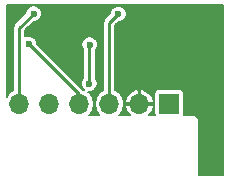
<source format=gbl>
%TF.GenerationSoftware,KiCad,Pcbnew,4.0.4-stable*%
%TF.CreationDate,2017-05-07T05:40:39+03:00*%
%TF.ProjectId,spi_soicw8_programming,7370695F736F696377385F70726F6772,rev?*%
%TF.FileFunction,Copper,L2,Bot,Signal*%
%FSLAX46Y46*%
G04 Gerber Fmt 4.6, Leading zero omitted, Abs format (unit mm)*
G04 Created by KiCad (PCBNEW 4.0.4-stable) date 05/07/17 05:40:39*
%MOMM*%
%LPD*%
G01*
G04 APERTURE LIST*
%ADD10C,0.200000*%
%ADD11R,1.700000X1.700000*%
%ADD12O,1.700000X1.700000*%
%ADD13C,0.600000*%
%ADD14C,0.250000*%
G04 APERTURE END LIST*
D10*
D11*
X154995000Y-110350000D03*
D12*
X152455000Y-110350000D03*
X149915000Y-110350000D03*
X147375000Y-110350000D03*
X144835000Y-110350000D03*
X142295000Y-110350000D03*
D13*
X141550000Y-107650000D03*
X151075000Y-104050000D03*
X148000000Y-104000000D03*
X143500000Y-102700000D03*
X143100000Y-105275000D03*
X148250000Y-105325000D03*
X148225000Y-108625000D03*
X150675000Y-102725000D03*
D14*
X143500000Y-102700000D02*
X142295000Y-103905000D01*
X142295000Y-103905000D02*
X142295000Y-110350000D01*
X143100000Y-105275000D02*
X147375000Y-109550000D01*
X147375000Y-109550000D02*
X147375000Y-110350000D01*
X148225000Y-108625000D02*
X148225000Y-105350000D01*
X148225000Y-105350000D02*
X148250000Y-105325000D01*
X150675000Y-102725000D02*
X149915000Y-103485000D01*
X149915000Y-103485000D02*
X149915000Y-110350000D01*
D10*
G36*
X159525000Y-116325000D02*
X157475000Y-116325000D01*
X157475000Y-111750000D01*
X157438843Y-111568225D01*
X157335876Y-111414124D01*
X157181775Y-111311157D01*
X157000000Y-111275000D01*
X156237648Y-111275000D01*
X156252836Y-111200000D01*
X156252836Y-109500000D01*
X156224944Y-109351769D01*
X156137340Y-109215628D01*
X156003671Y-109124296D01*
X155845000Y-109092164D01*
X154145000Y-109092164D01*
X153996769Y-109120056D01*
X153860628Y-109207660D01*
X153769296Y-109341329D01*
X153737164Y-109500000D01*
X153737164Y-111200000D01*
X153751276Y-111275000D01*
X153263720Y-111275000D01*
X153493826Y-111045235D01*
X153680805Y-110594772D01*
X153604004Y-110400000D01*
X152505000Y-110400000D01*
X152505000Y-110420000D01*
X152405000Y-110420000D01*
X152405000Y-110400000D01*
X151305996Y-110400000D01*
X151229195Y-110594772D01*
X151416174Y-111045235D01*
X151646280Y-111275000D01*
X150773997Y-111275000D01*
X150798883Y-111258372D01*
X151069849Y-110852843D01*
X151165000Y-110374489D01*
X151165000Y-110325511D01*
X151121183Y-110105228D01*
X151229195Y-110105228D01*
X151305996Y-110300000D01*
X152405000Y-110300000D01*
X152405000Y-109201087D01*
X152505000Y-109201087D01*
X152505000Y-110300000D01*
X153604004Y-110300000D01*
X153680805Y-110105228D01*
X153493826Y-109654765D01*
X153148695Y-109310145D01*
X152699771Y-109124199D01*
X152505000Y-109201087D01*
X152405000Y-109201087D01*
X152210229Y-109124199D01*
X151761305Y-109310145D01*
X151416174Y-109654765D01*
X151229195Y-110105228D01*
X151121183Y-110105228D01*
X151069849Y-109847157D01*
X150798883Y-109441628D01*
X150440000Y-109201830D01*
X150440000Y-103702462D01*
X150717425Y-103425037D01*
X150813628Y-103425121D01*
X151071000Y-103318777D01*
X151268085Y-103122036D01*
X151374878Y-102864850D01*
X151375121Y-102586372D01*
X151268777Y-102329000D01*
X151072036Y-102131915D01*
X150814850Y-102025122D01*
X150536372Y-102024879D01*
X150279000Y-102131223D01*
X150081915Y-102327964D01*
X149975122Y-102585150D01*
X149975037Y-102682501D01*
X149543769Y-103113769D01*
X149429963Y-103284091D01*
X149390000Y-103485000D01*
X149390000Y-109201830D01*
X149031117Y-109441628D01*
X148760151Y-109847157D01*
X148665000Y-110325511D01*
X148665000Y-110374489D01*
X148760151Y-110852843D01*
X149031117Y-111258372D01*
X149056003Y-111275000D01*
X148233997Y-111275000D01*
X148258883Y-111258372D01*
X148529849Y-110852843D01*
X148625000Y-110374489D01*
X148625000Y-110325511D01*
X148529849Y-109847157D01*
X148258883Y-109441628D01*
X148082520Y-109323786D01*
X148085150Y-109324878D01*
X148363628Y-109325121D01*
X148621000Y-109218777D01*
X148818085Y-109022036D01*
X148924878Y-108764850D01*
X148925121Y-108486372D01*
X148818777Y-108229000D01*
X148750000Y-108160103D01*
X148750000Y-105814959D01*
X148843085Y-105722036D01*
X148949878Y-105464850D01*
X148950121Y-105186372D01*
X148843777Y-104929000D01*
X148647036Y-104731915D01*
X148389850Y-104625122D01*
X148111372Y-104624879D01*
X147854000Y-104731223D01*
X147656915Y-104927964D01*
X147550122Y-105185150D01*
X147549879Y-105463628D01*
X147656223Y-105721000D01*
X147700000Y-105764854D01*
X147700000Y-108159998D01*
X147631915Y-108227964D01*
X147525122Y-108485150D01*
X147524879Y-108763628D01*
X147631223Y-109021000D01*
X147762604Y-109152611D01*
X147709512Y-109142050D01*
X143800037Y-105232575D01*
X143800121Y-105136372D01*
X143693777Y-104879000D01*
X143497036Y-104681915D01*
X143239850Y-104575122D01*
X142961372Y-104574879D01*
X142820000Y-104633293D01*
X142820000Y-104122462D01*
X143542425Y-103400037D01*
X143638628Y-103400121D01*
X143896000Y-103293777D01*
X144093085Y-103097036D01*
X144199878Y-102839850D01*
X144200121Y-102561372D01*
X144093777Y-102304000D01*
X143897036Y-102106915D01*
X143639850Y-102000122D01*
X143361372Y-101999879D01*
X143104000Y-102106223D01*
X142906915Y-102302964D01*
X142800122Y-102560150D01*
X142800037Y-102657501D01*
X141923769Y-103533769D01*
X141809963Y-103704091D01*
X141770000Y-103905000D01*
X141770000Y-109201830D01*
X141411117Y-109441628D01*
X141225000Y-109720172D01*
X141225000Y-101975000D01*
X159525000Y-101975000D01*
X159525000Y-116325000D01*
X159525000Y-116325000D01*
G37*
X159525000Y-116325000D02*
X157475000Y-116325000D01*
X157475000Y-111750000D01*
X157438843Y-111568225D01*
X157335876Y-111414124D01*
X157181775Y-111311157D01*
X157000000Y-111275000D01*
X156237648Y-111275000D01*
X156252836Y-111200000D01*
X156252836Y-109500000D01*
X156224944Y-109351769D01*
X156137340Y-109215628D01*
X156003671Y-109124296D01*
X155845000Y-109092164D01*
X154145000Y-109092164D01*
X153996769Y-109120056D01*
X153860628Y-109207660D01*
X153769296Y-109341329D01*
X153737164Y-109500000D01*
X153737164Y-111200000D01*
X153751276Y-111275000D01*
X153263720Y-111275000D01*
X153493826Y-111045235D01*
X153680805Y-110594772D01*
X153604004Y-110400000D01*
X152505000Y-110400000D01*
X152505000Y-110420000D01*
X152405000Y-110420000D01*
X152405000Y-110400000D01*
X151305996Y-110400000D01*
X151229195Y-110594772D01*
X151416174Y-111045235D01*
X151646280Y-111275000D01*
X150773997Y-111275000D01*
X150798883Y-111258372D01*
X151069849Y-110852843D01*
X151165000Y-110374489D01*
X151165000Y-110325511D01*
X151121183Y-110105228D01*
X151229195Y-110105228D01*
X151305996Y-110300000D01*
X152405000Y-110300000D01*
X152405000Y-109201087D01*
X152505000Y-109201087D01*
X152505000Y-110300000D01*
X153604004Y-110300000D01*
X153680805Y-110105228D01*
X153493826Y-109654765D01*
X153148695Y-109310145D01*
X152699771Y-109124199D01*
X152505000Y-109201087D01*
X152405000Y-109201087D01*
X152210229Y-109124199D01*
X151761305Y-109310145D01*
X151416174Y-109654765D01*
X151229195Y-110105228D01*
X151121183Y-110105228D01*
X151069849Y-109847157D01*
X150798883Y-109441628D01*
X150440000Y-109201830D01*
X150440000Y-103702462D01*
X150717425Y-103425037D01*
X150813628Y-103425121D01*
X151071000Y-103318777D01*
X151268085Y-103122036D01*
X151374878Y-102864850D01*
X151375121Y-102586372D01*
X151268777Y-102329000D01*
X151072036Y-102131915D01*
X150814850Y-102025122D01*
X150536372Y-102024879D01*
X150279000Y-102131223D01*
X150081915Y-102327964D01*
X149975122Y-102585150D01*
X149975037Y-102682501D01*
X149543769Y-103113769D01*
X149429963Y-103284091D01*
X149390000Y-103485000D01*
X149390000Y-109201830D01*
X149031117Y-109441628D01*
X148760151Y-109847157D01*
X148665000Y-110325511D01*
X148665000Y-110374489D01*
X148760151Y-110852843D01*
X149031117Y-111258372D01*
X149056003Y-111275000D01*
X148233997Y-111275000D01*
X148258883Y-111258372D01*
X148529849Y-110852843D01*
X148625000Y-110374489D01*
X148625000Y-110325511D01*
X148529849Y-109847157D01*
X148258883Y-109441628D01*
X148082520Y-109323786D01*
X148085150Y-109324878D01*
X148363628Y-109325121D01*
X148621000Y-109218777D01*
X148818085Y-109022036D01*
X148924878Y-108764850D01*
X148925121Y-108486372D01*
X148818777Y-108229000D01*
X148750000Y-108160103D01*
X148750000Y-105814959D01*
X148843085Y-105722036D01*
X148949878Y-105464850D01*
X148950121Y-105186372D01*
X148843777Y-104929000D01*
X148647036Y-104731915D01*
X148389850Y-104625122D01*
X148111372Y-104624879D01*
X147854000Y-104731223D01*
X147656915Y-104927964D01*
X147550122Y-105185150D01*
X147549879Y-105463628D01*
X147656223Y-105721000D01*
X147700000Y-105764854D01*
X147700000Y-108159998D01*
X147631915Y-108227964D01*
X147525122Y-108485150D01*
X147524879Y-108763628D01*
X147631223Y-109021000D01*
X147762604Y-109152611D01*
X147709512Y-109142050D01*
X143800037Y-105232575D01*
X143800121Y-105136372D01*
X143693777Y-104879000D01*
X143497036Y-104681915D01*
X143239850Y-104575122D01*
X142961372Y-104574879D01*
X142820000Y-104633293D01*
X142820000Y-104122462D01*
X143542425Y-103400037D01*
X143638628Y-103400121D01*
X143896000Y-103293777D01*
X144093085Y-103097036D01*
X144199878Y-102839850D01*
X144200121Y-102561372D01*
X144093777Y-102304000D01*
X143897036Y-102106915D01*
X143639850Y-102000122D01*
X143361372Y-101999879D01*
X143104000Y-102106223D01*
X142906915Y-102302964D01*
X142800122Y-102560150D01*
X142800037Y-102657501D01*
X141923769Y-103533769D01*
X141809963Y-103704091D01*
X141770000Y-103905000D01*
X141770000Y-109201830D01*
X141411117Y-109441628D01*
X141225000Y-109720172D01*
X141225000Y-101975000D01*
X159525000Y-101975000D01*
X159525000Y-116325000D01*
M02*

</source>
